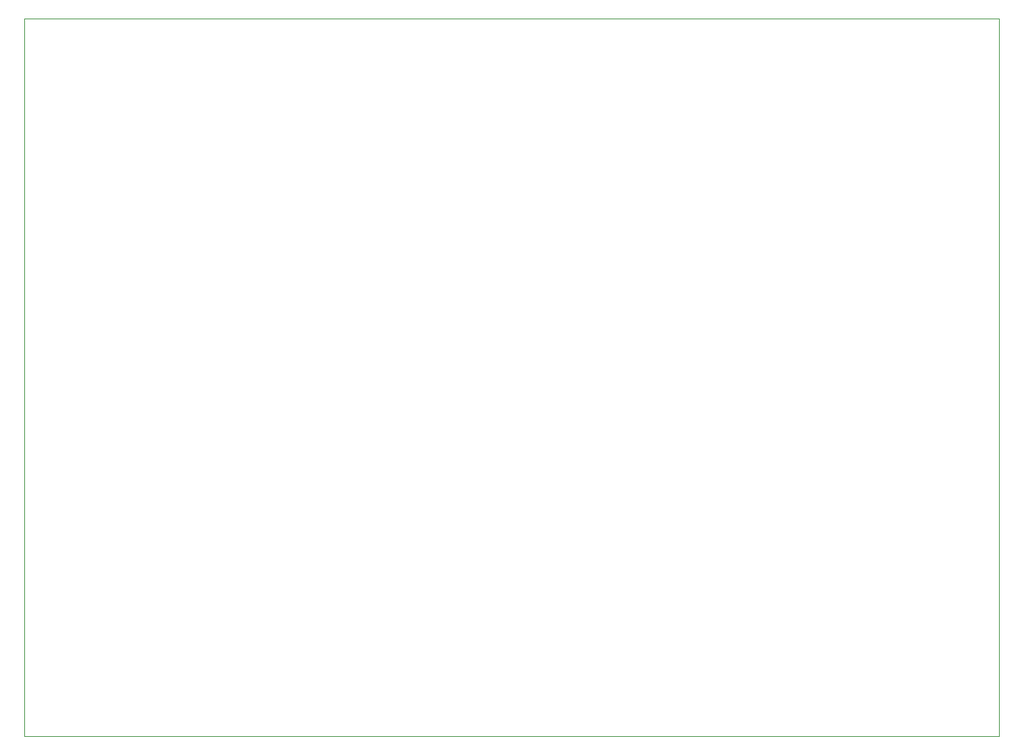
<source format=gbr>
G04 #@! TF.GenerationSoftware,KiCad,Pcbnew,5.1.5+dfsg1-2build2*
G04 #@! TF.CreationDate,2022-08-24T15:36:07+02:00*
G04 #@! TF.ProjectId,capLevelSensorESP,6361704c-6576-4656-9c53-656e736f7245,rev?*
G04 #@! TF.SameCoordinates,Original*
G04 #@! TF.FileFunction,Profile,NP*
%FSLAX46Y46*%
G04 Gerber Fmt 4.6, Leading zero omitted, Abs format (unit mm)*
G04 Created by KiCad (PCBNEW 5.1.5+dfsg1-2build2) date 2022-08-24 15:36:07*
%MOMM*%
%LPD*%
G04 APERTURE LIST*
%ADD10C,0.050000*%
G04 APERTURE END LIST*
D10*
X52070000Y-161290000D02*
X52070000Y-76200000D01*
X167640000Y-161290000D02*
X52070000Y-161290000D01*
X167640000Y-76200000D02*
X167640000Y-161290000D01*
X52070000Y-76200000D02*
X167640000Y-76200000D01*
M02*

</source>
